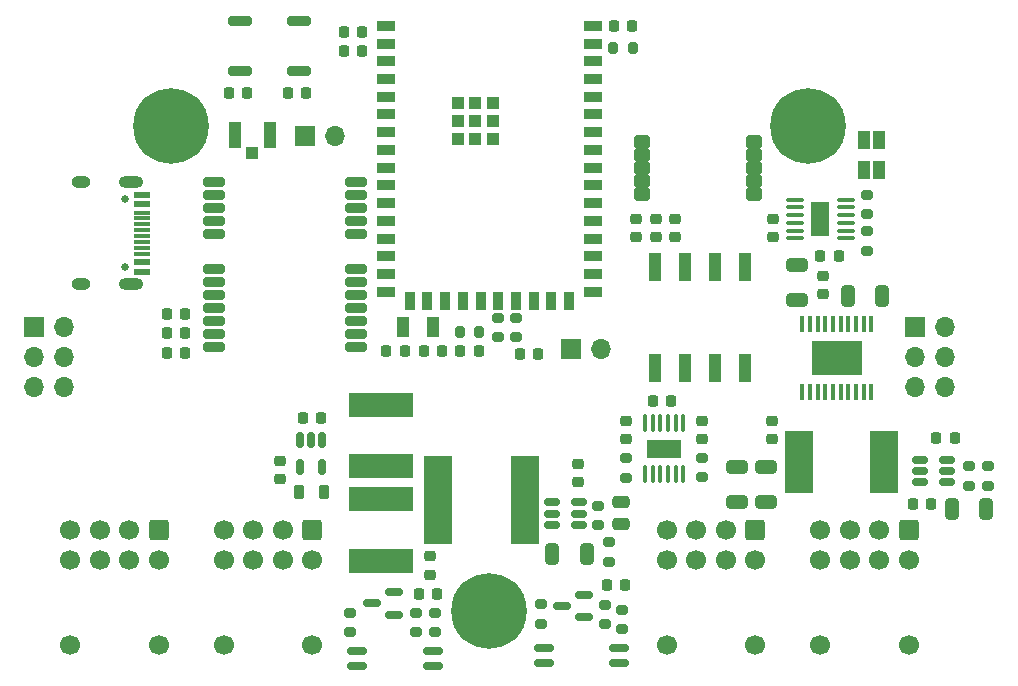
<source format=gbr>
%TF.GenerationSoftware,KiCad,Pcbnew,(6.0.2)*%
%TF.CreationDate,2022-04-01T12:33:14-04:00*%
%TF.ProjectId,ControlBoard,436f6e74-726f-46c4-926f-6172642e6b69,rev?*%
%TF.SameCoordinates,Original*%
%TF.FileFunction,Soldermask,Top*%
%TF.FilePolarity,Negative*%
%FSLAX46Y46*%
G04 Gerber Fmt 4.6, Leading zero omitted, Abs format (unit mm)*
G04 Created by KiCad (PCBNEW (6.0.2)) date 2022-04-01 12:33:14*
%MOMM*%
%LPD*%
G01*
G04 APERTURE LIST*
G04 Aperture macros list*
%AMRoundRect*
0 Rectangle with rounded corners*
0 $1 Rounding radius*
0 $2 $3 $4 $5 $6 $7 $8 $9 X,Y pos of 4 corners*
0 Add a 4 corners polygon primitive as box body*
4,1,4,$2,$3,$4,$5,$6,$7,$8,$9,$2,$3,0*
0 Add four circle primitives for the rounded corners*
1,1,$1+$1,$2,$3*
1,1,$1+$1,$4,$5*
1,1,$1+$1,$6,$7*
1,1,$1+$1,$8,$9*
0 Add four rect primitives between the rounded corners*
20,1,$1+$1,$2,$3,$4,$5,0*
20,1,$1+$1,$4,$5,$6,$7,0*
20,1,$1+$1,$6,$7,$8,$9,0*
20,1,$1+$1,$8,$9,$2,$3,0*%
G04 Aperture macros list end*
%ADD10C,0.800000*%
%ADD11C,6.400000*%
%ADD12R,1.700000X1.700000*%
%ADD13O,1.700000X1.700000*%
%ADD14RoundRect,0.225000X0.225000X0.250000X-0.225000X0.250000X-0.225000X-0.250000X0.225000X-0.250000X0*%
%ADD15RoundRect,0.225000X-0.225000X-0.250000X0.225000X-0.250000X0.225000X0.250000X-0.225000X0.250000X0*%
%ADD16RoundRect,0.225000X0.250000X-0.225000X0.250000X0.225000X-0.250000X0.225000X-0.250000X-0.225000X0*%
%ADD17RoundRect,0.250000X-0.325000X-0.650000X0.325000X-0.650000X0.325000X0.650000X-0.325000X0.650000X0*%
%ADD18RoundRect,0.250000X0.650000X-0.325000X0.650000X0.325000X-0.650000X0.325000X-0.650000X-0.325000X0*%
%ADD19R,5.520000X2.000000*%
%ADD20RoundRect,0.218750X-0.218750X-0.256250X0.218750X-0.256250X0.218750X0.256250X-0.218750X0.256250X0*%
%ADD21RoundRect,0.218750X-0.256250X0.218750X-0.256250X-0.218750X0.256250X-0.218750X0.256250X0.218750X0*%
%ADD22C,1.700000*%
%ADD23RoundRect,0.250000X-0.600000X0.600000X-0.600000X-0.600000X0.600000X-0.600000X0.600000X0.600000X0*%
%ADD24C,0.650000*%
%ADD25R,1.450000X0.600000*%
%ADD26R,1.450000X0.300000*%
%ADD27O,2.100000X1.000000*%
%ADD28O,1.600000X1.000000*%
%ADD29RoundRect,0.218750X0.218750X0.381250X-0.218750X0.381250X-0.218750X-0.381250X0.218750X-0.381250X0*%
%ADD30R,2.413000X5.334000*%
%ADD31R,2.400000X7.500000*%
%ADD32RoundRect,0.200000X-0.275000X0.200000X-0.275000X-0.200000X0.275000X-0.200000X0.275000X0.200000X0*%
%ADD33RoundRect,0.200000X0.275000X-0.200000X0.275000X0.200000X-0.275000X0.200000X-0.275000X-0.200000X0*%
%ADD34RoundRect,0.200000X0.800000X-0.200000X0.800000X0.200000X-0.800000X0.200000X-0.800000X-0.200000X0*%
%ADD35RoundRect,0.150000X-0.150000X0.512500X-0.150000X-0.512500X0.150000X-0.512500X0.150000X0.512500X0*%
%ADD36R,1.500000X0.900000*%
%ADD37R,0.900000X1.500000*%
%ADD38R,1.100000X1.100000*%
%ADD39RoundRect,0.150000X-0.512500X-0.150000X0.512500X-0.150000X0.512500X0.150000X-0.512500X0.150000X0*%
%ADD40RoundRect,0.150000X-0.662500X-0.150000X0.662500X-0.150000X0.662500X0.150000X-0.662500X0.150000X0*%
%ADD41RoundRect,0.200000X-0.200000X-0.275000X0.200000X-0.275000X0.200000X0.275000X-0.200000X0.275000X0*%
%ADD42R,1.000000X1.050000*%
%ADD43R,1.050000X2.200000*%
%ADD44R,1.120000X2.440000*%
%ADD45RoundRect,0.250000X0.325000X0.650000X-0.325000X0.650000X-0.325000X-0.650000X0.325000X-0.650000X0*%
%ADD46RoundRect,0.150000X0.587500X0.150000X-0.587500X0.150000X-0.587500X-0.150000X0.587500X-0.150000X0*%
%ADD47RoundRect,0.225000X-0.250000X0.225000X-0.250000X-0.225000X0.250000X-0.225000X0.250000X0.225000X0*%
%ADD48RoundRect,0.218750X0.256250X-0.218750X0.256250X0.218750X-0.256250X0.218750X-0.256250X-0.218750X0*%
%ADD49RoundRect,0.152400X0.500000X0.400000X-0.500000X0.400000X-0.500000X-0.400000X0.500000X-0.400000X0*%
%ADD50RoundRect,0.152400X-0.500000X-0.400000X0.500000X-0.400000X0.500000X0.400000X-0.500000X0.400000X0*%
%ADD51RoundRect,0.100000X0.100000X-0.625000X0.100000X0.625000X-0.100000X0.625000X-0.100000X-0.625000X0*%
%ADD52R,2.850000X1.650000*%
%ADD53RoundRect,0.250000X-0.475000X0.250000X-0.475000X-0.250000X0.475000X-0.250000X0.475000X0.250000X0*%
%ADD54R,1.000000X1.800000*%
%ADD55RoundRect,0.200000X0.200000X0.275000X-0.200000X0.275000X-0.200000X-0.275000X0.200000X-0.275000X0*%
%ADD56RoundRect,0.200000X0.700000X0.200000X-0.700000X0.200000X-0.700000X-0.200000X0.700000X-0.200000X0*%
%ADD57R,0.410000X1.440000*%
%ADD58R,4.200000X3.000000*%
%ADD59RoundRect,0.250000X-0.650000X0.325000X-0.650000X-0.325000X0.650000X-0.325000X0.650000X0.325000X0*%
%ADD60RoundRect,0.100000X0.625000X0.100000X-0.625000X0.100000X-0.625000X-0.100000X0.625000X-0.100000X0*%
%ADD61R,1.650000X2.850000*%
%ADD62R,1.000000X1.500000*%
G04 APERTURE END LIST*
D10*
%TO.C,H1*%
X123000000Y-75400000D03*
X121302944Y-71302944D03*
X123000000Y-70600000D03*
X124697056Y-74697056D03*
X124697056Y-71302944D03*
X121302944Y-74697056D03*
X120600000Y-73000000D03*
X125400000Y-73000000D03*
D11*
X123000000Y-73000000D03*
%TD*%
D10*
%TO.C,H3*%
X150000000Y-116400000D03*
X148302944Y-115697056D03*
D11*
X150000000Y-114000000D03*
D10*
X151697056Y-115697056D03*
X148302944Y-112302944D03*
X151697056Y-112302944D03*
X147600000Y-114000000D03*
X150000000Y-111600000D03*
X152400000Y-114000000D03*
%TD*%
D12*
%TO.C,J7*%
X111460000Y-90000000D03*
D13*
X114000000Y-90000000D03*
X111460000Y-92540000D03*
X114000000Y-92540000D03*
X111460000Y-95080000D03*
X114000000Y-95080000D03*
%TD*%
D12*
%TO.C,J2*%
X186000000Y-90000000D03*
D13*
X188540000Y-90000000D03*
X186000000Y-92540000D03*
X188540000Y-92540000D03*
X186000000Y-95080000D03*
X188540000Y-95080000D03*
%TD*%
D14*
%TO.C,C2*%
X139237500Y-65000000D03*
X137687500Y-65000000D03*
%TD*%
D15*
%TO.C,C3*%
X134225000Y-97700000D03*
X135775000Y-97700000D03*
%TD*%
%TO.C,C4*%
X141262500Y-92050000D03*
X142812500Y-92050000D03*
%TD*%
%TO.C,C6*%
X127912500Y-70200000D03*
X129462500Y-70200000D03*
%TD*%
D14*
%TO.C,C7*%
X139225000Y-66600000D03*
X137675000Y-66600000D03*
%TD*%
D16*
%TO.C,C11*%
X132300000Y-102875000D03*
X132300000Y-101325000D03*
%TD*%
D14*
%TO.C,C14*%
X154125000Y-92290000D03*
X152575000Y-92290000D03*
%TD*%
%TO.C,C15*%
X149087500Y-92050000D03*
X147537500Y-92050000D03*
%TD*%
D17*
%TO.C,C17*%
X180325000Y-87400000D03*
X183275000Y-87400000D03*
%TD*%
D14*
%TO.C,C26*%
X124225000Y-90500000D03*
X122675000Y-90500000D03*
%TD*%
%TO.C,C27*%
X165387500Y-96300000D03*
X163837500Y-96300000D03*
%TD*%
%TO.C,C29*%
X124225000Y-88900000D03*
X122675000Y-88900000D03*
%TD*%
%TO.C,C31*%
X124225000Y-92200000D03*
X122675000Y-92200000D03*
%TD*%
D18*
%TO.C,C36*%
X170950000Y-104825000D03*
X170950000Y-101875000D03*
%TD*%
D19*
%TO.C,C41*%
X140800000Y-96597000D03*
X140800000Y-101803000D03*
%TD*%
%TO.C,C43*%
X140800000Y-109803000D03*
X140800000Y-104597000D03*
%TD*%
D20*
%TO.C,D2*%
X144012500Y-112600000D03*
X145587500Y-112600000D03*
%TD*%
D21*
%TO.C,F3*%
X173950000Y-97912500D03*
X173950000Y-99487500D03*
%TD*%
D22*
%TO.C,J3*%
X127500000Y-116880000D03*
X135000000Y-116880000D03*
D23*
X135000000Y-107200000D03*
D22*
X132500000Y-107200000D03*
X130000000Y-107200000D03*
X127500000Y-107200000D03*
X135000000Y-109700000D03*
X132500000Y-109700000D03*
X130000000Y-109700000D03*
X127500000Y-109700000D03*
%TD*%
%TO.C,J4*%
X114500000Y-116880000D03*
X122000000Y-116880000D03*
D23*
X122000000Y-107200000D03*
D22*
X119500000Y-107200000D03*
X117000000Y-107200000D03*
X114500000Y-107200000D03*
X122000000Y-109700000D03*
X119500000Y-109700000D03*
X117000000Y-109700000D03*
X114500000Y-109700000D03*
%TD*%
%TO.C,J5*%
X165000000Y-116880000D03*
X172500000Y-116880000D03*
D23*
X172500000Y-107200000D03*
D22*
X170000000Y-107200000D03*
X167500000Y-107200000D03*
X165000000Y-107200000D03*
X172500000Y-109700000D03*
X170000000Y-109700000D03*
X167500000Y-109700000D03*
X165000000Y-109700000D03*
%TD*%
%TO.C,J6*%
X185500000Y-116880000D03*
X178000000Y-116880000D03*
D23*
X185500000Y-107200000D03*
D22*
X183000000Y-107200000D03*
X180500000Y-107200000D03*
X178000000Y-107200000D03*
X185500000Y-109700000D03*
X183000000Y-109700000D03*
X180500000Y-109700000D03*
X178000000Y-109700000D03*
%TD*%
D24*
%TO.C,J8*%
X119100000Y-79160000D03*
X119100000Y-84940000D03*
D25*
X120545000Y-78800000D03*
X120545000Y-79600000D03*
D26*
X120545000Y-80800000D03*
X120545000Y-81800000D03*
X120545000Y-82300000D03*
X120545000Y-83300000D03*
D25*
X120545000Y-84500000D03*
X120545000Y-85300000D03*
X120545000Y-85300000D03*
X120545000Y-84500000D03*
D26*
X120545000Y-83800000D03*
X120545000Y-82800000D03*
X120545000Y-81300000D03*
X120545000Y-80300000D03*
D25*
X120545000Y-79600000D03*
X120545000Y-78800000D03*
D27*
X119630000Y-77730000D03*
D28*
X115450000Y-86370000D03*
D27*
X119630000Y-86370000D03*
D28*
X115450000Y-77730000D03*
%TD*%
D29*
%TO.C,L1*%
X135962500Y-103950000D03*
X133837500Y-103950000D03*
%TD*%
D30*
%TO.C,L3*%
X183419500Y-101400000D03*
X176180500Y-101400000D03*
%TD*%
D31*
%TO.C,L4*%
X153000000Y-104600000D03*
X145600000Y-104600000D03*
%TD*%
D32*
%TO.C,R4*%
X152260000Y-89195000D03*
X152260000Y-90845000D03*
%TD*%
%TO.C,R5*%
X150740000Y-89195000D03*
X150740000Y-90845000D03*
%TD*%
D33*
%TO.C,R36*%
X138176000Y-115825000D03*
X138176000Y-114175000D03*
%TD*%
D32*
%TO.C,R37*%
X145400000Y-114175000D03*
X145400000Y-115825000D03*
%TD*%
%TO.C,R38*%
X143800000Y-114175000D03*
X143800000Y-115825000D03*
%TD*%
D34*
%TO.C,SW1*%
X128900000Y-68300000D03*
X128900000Y-64100000D03*
%TD*%
%TO.C,SW2*%
X133900000Y-68300000D03*
X133900000Y-64100000D03*
%TD*%
D35*
%TO.C,U1*%
X135850000Y-99562500D03*
X134900000Y-99562500D03*
X133950000Y-99562500D03*
X133950000Y-101837500D03*
X135850000Y-101837500D03*
%TD*%
D36*
%TO.C,U3*%
X141250000Y-64500000D03*
X141250000Y-66000000D03*
X141250000Y-67500000D03*
X141250000Y-69000000D03*
X141250000Y-70500000D03*
X141250000Y-72000000D03*
X141250000Y-73500000D03*
X141250000Y-75000000D03*
X141250000Y-76500000D03*
X141250000Y-78000000D03*
X141250000Y-79500000D03*
X141250000Y-81000000D03*
X141250000Y-82500000D03*
X141250000Y-84000000D03*
X141250000Y-85500000D03*
X141250000Y-87000000D03*
D37*
X143250000Y-87750000D03*
X144750000Y-87750000D03*
X146250000Y-87750000D03*
X147750000Y-87750000D03*
X149250000Y-87750000D03*
X150750000Y-87750000D03*
X152250000Y-87750000D03*
X153750000Y-87750000D03*
X155250000Y-87750000D03*
X156750000Y-87750000D03*
D36*
X158750000Y-87000000D03*
X158750000Y-85500000D03*
X158750000Y-84000000D03*
X158750000Y-82500000D03*
X158750000Y-81000000D03*
X158750000Y-79500000D03*
X158750000Y-78000000D03*
X158750000Y-76500000D03*
X158750000Y-75000000D03*
X158750000Y-73500000D03*
X158750000Y-72000000D03*
X158750000Y-70500000D03*
X158750000Y-69000000D03*
X158750000Y-67500000D03*
X158750000Y-66000000D03*
X158750000Y-64500000D03*
D38*
X150310000Y-71050000D03*
X150310000Y-72550000D03*
X147310000Y-72550000D03*
X148810000Y-71050000D03*
X148810000Y-74050000D03*
X148810000Y-72550000D03*
X147310000Y-71050000D03*
X147310000Y-74050000D03*
X150310000Y-74050000D03*
%TD*%
D39*
%TO.C,U12*%
X155262500Y-104850000D03*
X155262500Y-105800000D03*
X155262500Y-106750000D03*
X157537500Y-106750000D03*
X157537500Y-105800000D03*
X157537500Y-104850000D03*
%TD*%
D40*
%TO.C,U15*%
X138812500Y-117435000D03*
X138812500Y-118705000D03*
X145187500Y-118705000D03*
X145187500Y-117435000D03*
%TD*%
D18*
%TO.C,C37*%
X173450000Y-104825000D03*
X173450000Y-101875000D03*
%TD*%
D41*
%TO.C,R6*%
X160475000Y-66350000D03*
X162125000Y-66350000D03*
%TD*%
D14*
%TO.C,C16*%
X162075000Y-64550000D03*
X160525000Y-64550000D03*
%TD*%
D42*
%TO.C,J1*%
X129910000Y-75270000D03*
D43*
X131385000Y-73745000D03*
X128435000Y-73745000D03*
%TD*%
D44*
%TO.C,SW3*%
X171660000Y-84890000D03*
X169120000Y-84890000D03*
X166580000Y-84890000D03*
X164040000Y-84890000D03*
X164040000Y-93500000D03*
X166580000Y-93500000D03*
X169120000Y-93500000D03*
X171660000Y-93500000D03*
%TD*%
D10*
%TO.C,H2*%
X179400000Y-73000000D03*
X174600000Y-73000000D03*
X175302944Y-71302944D03*
X177000000Y-70600000D03*
X178697056Y-74697056D03*
X178697056Y-71302944D03*
X177000000Y-75400000D03*
X175302944Y-74697056D03*
D11*
X177000000Y-73000000D03*
%TD*%
D32*
%TO.C,R17*%
X190600000Y-101775000D03*
X190600000Y-103425000D03*
%TD*%
D39*
%TO.C,U11*%
X186462500Y-101250000D03*
X186462500Y-102200000D03*
X186462500Y-103150000D03*
X188737500Y-103150000D03*
X188737500Y-102200000D03*
X188737500Y-101250000D03*
%TD*%
D33*
%TO.C,R18*%
X192200000Y-103425000D03*
X192200000Y-101775000D03*
%TD*%
D15*
%TO.C,C34*%
X185825000Y-105000000D03*
X187375000Y-105000000D03*
%TD*%
D14*
%TO.C,C35*%
X189375000Y-99400000D03*
X187825000Y-99400000D03*
%TD*%
D45*
%TO.C,C33*%
X192075000Y-105400000D03*
X189125000Y-105400000D03*
%TD*%
D20*
%TO.C,D1*%
X159912500Y-111870000D03*
X161487500Y-111870000D03*
%TD*%
D46*
%TO.C,Q1*%
X157987500Y-114580000D03*
X157987500Y-112680000D03*
X156112500Y-113630000D03*
%TD*%
D32*
%TO.C,R30*%
X161220000Y-113915000D03*
X161220000Y-115565000D03*
%TD*%
%TO.C,R31*%
X159750000Y-113525000D03*
X159750000Y-115175000D03*
%TD*%
D40*
%TO.C,U14*%
X154622500Y-117145000D03*
X154622500Y-118415000D03*
X160997500Y-118415000D03*
X160997500Y-117145000D03*
%TD*%
D33*
%TO.C,R29*%
X154390000Y-115135000D03*
X154390000Y-113485000D03*
%TD*%
D32*
%TO.C,R21*%
X159200000Y-105125000D03*
X159200000Y-106775000D03*
%TD*%
D33*
%TO.C,R22*%
X160100000Y-109875000D03*
X160100000Y-108225000D03*
%TD*%
D47*
%TO.C,C39*%
X157500000Y-101575000D03*
X157500000Y-103125000D03*
%TD*%
D45*
%TO.C,C38*%
X158225000Y-109250000D03*
X155275000Y-109250000D03*
%TD*%
D16*
%TO.C,C18*%
X161600000Y-99475000D03*
X161600000Y-97925000D03*
%TD*%
D32*
%TO.C,R8*%
X161600000Y-101087500D03*
X161600000Y-102737500D03*
%TD*%
%TO.C,R9*%
X168000000Y-101075000D03*
X168000000Y-102725000D03*
%TD*%
D48*
%TO.C,F2*%
X168000000Y-99487500D03*
X168000000Y-97912500D03*
%TD*%
%TO.C,F4*%
X145000000Y-110987500D03*
X145000000Y-109412500D03*
%TD*%
D47*
%TO.C,C22*%
X165700000Y-80825000D03*
X165700000Y-82375000D03*
%TD*%
%TO.C,C19*%
X162400000Y-80812500D03*
X162400000Y-82362500D03*
%TD*%
%TO.C,C24*%
X164100000Y-80825000D03*
X164100000Y-82375000D03*
%TD*%
D49*
%TO.C,U9*%
X162890000Y-74300000D03*
D50*
X162890000Y-75400000D03*
D49*
X162890000Y-76500000D03*
D50*
X162890000Y-77600000D03*
X162890000Y-78700000D03*
X172390000Y-78700000D03*
X172390000Y-77600000D03*
X172390000Y-76500000D03*
X172390000Y-75400000D03*
X172390000Y-74300000D03*
%TD*%
D51*
%TO.C,U6*%
X163165000Y-102460000D03*
X163815000Y-102460000D03*
X164465000Y-102460000D03*
X165115000Y-102460000D03*
X165765000Y-102460000D03*
X166415000Y-102460000D03*
X166415000Y-98160000D03*
X165765000Y-98160000D03*
X165115000Y-98160000D03*
X164465000Y-98160000D03*
X163815000Y-98160000D03*
X163165000Y-98160000D03*
D52*
X164790000Y-100310000D03*
%TD*%
D46*
%TO.C,Q3*%
X141907500Y-114350000D03*
X141907500Y-112450000D03*
X140032500Y-113400000D03*
%TD*%
D15*
%TO.C,C10*%
X132912500Y-70200000D03*
X134462500Y-70200000D03*
%TD*%
D53*
%TO.C,C40*%
X161100000Y-104800000D03*
X161100000Y-106700000D03*
%TD*%
D15*
%TO.C,C5*%
X144425000Y-92050000D03*
X145975000Y-92050000D03*
%TD*%
D54*
%TO.C,Y1*%
X142700000Y-90000000D03*
X145200000Y-90000000D03*
%TD*%
D55*
%TO.C,R3*%
X149137500Y-90450000D03*
X147487500Y-90450000D03*
%TD*%
D56*
%TO.C,U7*%
X138700000Y-91700000D03*
X138700000Y-90600000D03*
X138700000Y-89500000D03*
X138700000Y-88400000D03*
X138700000Y-87300000D03*
X138700000Y-86200000D03*
X138700000Y-85100000D03*
X138700000Y-82100000D03*
X138700000Y-81000000D03*
X138700000Y-79900000D03*
X138700000Y-78800000D03*
X138700000Y-77700000D03*
X126700000Y-77700000D03*
X126700000Y-78800000D03*
X126700000Y-79900000D03*
X126700000Y-81000000D03*
X126700000Y-82100000D03*
X126700000Y-85100000D03*
X126700000Y-86200000D03*
X126700000Y-87300000D03*
X126700000Y-88400000D03*
X126700000Y-89500000D03*
X126700000Y-90600000D03*
X126700000Y-91700000D03*
%TD*%
D57*
%TO.C,U5*%
X182325000Y-89715000D03*
X181675000Y-89715000D03*
X181025000Y-89715000D03*
X180375000Y-89715000D03*
X179725000Y-89715000D03*
X179075000Y-89715000D03*
X178425000Y-89715000D03*
X177775000Y-89715000D03*
X177125000Y-89715000D03*
X176475000Y-89715000D03*
X176475000Y-95485000D03*
X177125000Y-95485000D03*
X177775000Y-95485000D03*
X178425000Y-95485000D03*
X179075000Y-95485000D03*
X179725000Y-95485000D03*
X180375000Y-95485000D03*
X181025000Y-95485000D03*
X181675000Y-95485000D03*
X182325000Y-95485000D03*
D58*
X179400000Y-92600000D03*
%TD*%
D59*
%TO.C,C25*%
X176000000Y-84725000D03*
X176000000Y-87675000D03*
%TD*%
D33*
%TO.C,R1*%
X182000000Y-83537500D03*
X182000000Y-81887500D03*
%TD*%
D32*
%TO.C,R2*%
X182000000Y-78775000D03*
X182000000Y-80425000D03*
%TD*%
D21*
%TO.C,F1*%
X178200000Y-85662500D03*
X178200000Y-87237500D03*
%TD*%
D47*
%TO.C,C12*%
X174000000Y-80825000D03*
X174000000Y-82375000D03*
%TD*%
D14*
%TO.C,C1*%
X179575000Y-83950000D03*
X178025000Y-83950000D03*
%TD*%
D60*
%TO.C,U2*%
X180150000Y-82475000D03*
X180150000Y-81825000D03*
X180150000Y-81175000D03*
X180150000Y-80525000D03*
X180150000Y-79875000D03*
X180150000Y-79225000D03*
X175850000Y-79225000D03*
X175850000Y-79875000D03*
X175850000Y-80525000D03*
X175850000Y-81175000D03*
X175850000Y-81825000D03*
X175850000Y-82475000D03*
D61*
X178000000Y-80850000D03*
%TD*%
D12*
%TO.C,J11*%
X134405000Y-73840000D03*
D13*
X136945000Y-73840000D03*
%TD*%
D12*
%TO.C,J10*%
X156905000Y-91890000D03*
D13*
X159445000Y-91890000D03*
%TD*%
D62*
%TO.C,JP2*%
X183022000Y-74168000D03*
X181722000Y-74168000D03*
%TD*%
%TO.C,JP1*%
X183022000Y-76708000D03*
X181722000Y-76708000D03*
%TD*%
M02*

</source>
